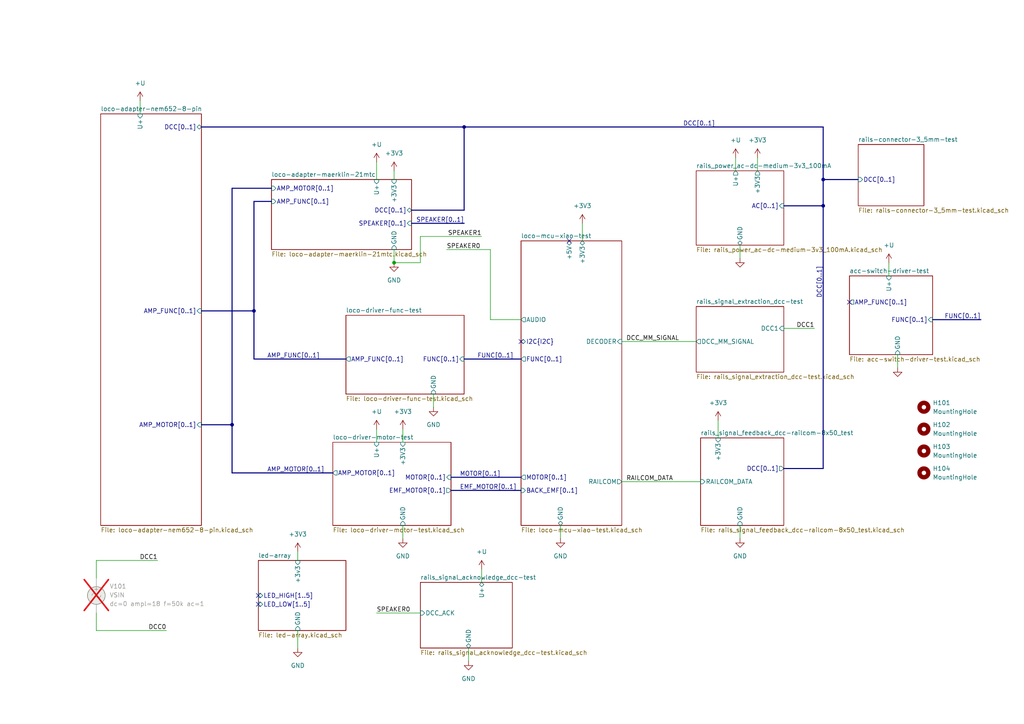
<source format=kicad_sch>
(kicad_sch (version 20231120) (generator "eeschema") (generator_version "8.0")
  (paper "A4")
  (title_block (title "xDuinoRail - LocDecoder - Development Kit") (date "2024-10-09") (rev "v0.2") (company "Chatelain Engineering, Bern - CH"))
  (lib_symbols
    (symbol "Mechanical:MountingHole" (pin_names (offset 1.016)) (exclude_from_sim yes) (in_bom no)
      (property "Reference" "H" (at 0 5.08 0))
      (property "Value" "MountingHole" (at 0 3.175 0))
      (symbol "MountingHole_0_1"
        (circle (center 0 0) (radius 1.27) (stroke (width 1.27)))
      )
    )
    (symbol "Simulation_SPICE:VSIN" (pin_numbers hide) (pin_names (offset 0.0254))
      (property "Reference" "V" (at 2.54 2.54 0))
      (property "Value" "VSIN" (at 2.54 0 0))
      (property "Sim.Params" "dc=0 ampl=1 f=1k ac=1" (at 2.54 -2.54 0))
      (symbol "VSIN_0_0"
        (arc (start 0 0) (mid -0.635 0.6323) (end -1.27 0))
        (arc (start 0 0) (mid 0.635 -0.6323) (end 1.27 0))
        (text "+" (at 0 1.905 0) (effects (font (size 1.27 1.27))))
      )
      (symbol "VSIN_0_1"
        (circle (center 0 0) (radius 2.54) (stroke (width 0.254)) (fill (type background)))
      )
      (symbol "VSIN_1_1"
        (pin passive line (at 0 5.08 270) (length 2.54) (name "~") (number "1"))
        (pin passive line (at 0 -5.08 90) (length 2.54) (name "~") (number "2"))
      )
    )
    (symbol "power:+3V3" (power) (pin_names (offset 0))
      (property "Value" "+3V3" (at 0 3.556 0))
      (symbol "+3V3_0_1"
        (polyline (pts (xy -0.762 1.27) (xy 0 2.54)))
        (polyline (pts (xy 0 0) (xy 0 2.54)))
        (polyline (pts (xy 0 2.54) (xy 0.762 1.27)))
      )
      (symbol "+3V3_1_1"
        (pin power_in line (at 0 0 90) (length 0) hide (name "+3V3") (number "1"))
      )
    )
    (symbol "power:GND" (power) (pin_names (offset 0))
      (property "Value" "GND" (at 0 -3.81 0))
      (symbol "GND_0_1"
        (polyline (pts (xy 0 0) (xy 0 -1.27) (xy 1.27 -1.27) (xy 0 -2.54) (xy -1.27 -1.27) (xy 0 -1.27)))
      )
      (symbol "GND_1_1"
        (pin power_in line (at 0 0 270) (length 0) hide (name "GND") (number "1"))
      )
    )
    (symbol "power:VCC" (power) (pin_names (offset 0))
      (property "Value" "VCC" (at 0 3.81 0))
      (symbol "VCC_0_1"
        (polyline (pts (xy -0.762 1.27) (xy 0 2.54)))
        (polyline (pts (xy 0 0) (xy 0 2.54)))
        (polyline (pts (xy 0 2.54) (xy 0.762 1.27)))
      )
      (symbol "VCC_1_1"
        (pin power_in line (at 0 0 90) (length 0) hide (name "VCC") (number "1"))
      )
    )
  )
  (junction (at 73.66 90.17))
  (junction (at 238.76 52.07))
  (junction (at 67.31 123.19))
  (junction (at 134.62 36.83))
  (junction (at 238.76 59.69))
  (junction (at 114.3 76.2))
  (no_connect (at 246.38 87.63))
  (no_connect (at 165.1 69.85))
  (no_connect (at 74.93 175.26))
  (no_connect (at 74.93 172.72))
  (no_connect (at 151.13 99.06))
  (wire (pts (xy 214.63 152.4) (xy 214.63 156.21)))
  (wire (pts (xy 109.22 124.46) (xy 109.22 128.27)))
  (bus (pts (xy 73.66 58.42) (xy 73.66 90.17)))
  (wire (pts (xy 121.92 68.58) (xy 139.7 68.58)))
  (wire (pts (xy 114.3 49.53) (xy 114.3 52.07)))
  (wire (pts (xy 125.73 114.3) (xy 125.73 118.11)))
  (bus (pts (xy 119.38 64.77) (xy 134.62 64.77)))
  (bus (pts (xy 58.42 123.19) (xy 67.31 123.19)))
  (wire (pts (xy 227.33 95.25) (xy 236.22 95.25)))
  (bus (pts (xy 73.66 104.14) (xy 73.66 90.17)))
  (wire (pts (xy 116.84 124.46) (xy 116.84 128.27)))
  (wire (pts (xy 139.7 165.1) (xy 139.7 168.91)))
  (bus (pts (xy 58.42 36.83) (xy 134.62 36.83)))
  (bus (pts (xy 238.76 52.07) (xy 238.76 59.69)))
  (wire (pts (xy 116.84 152.4) (xy 116.84 156.21)))
  (bus (pts (xy 227.33 135.89) (xy 238.76 135.89)))
  (wire (pts (xy 40.64 29.21) (xy 40.64 33.02)))
  (wire (pts (xy 214.63 71.12) (xy 214.63 74.93)))
  (wire (pts (xy 86.36 187.96) (xy 86.36 182.88)))
  (wire (pts (xy 180.34 99.06) (xy 201.93 99.06)))
  (bus (pts (xy 67.31 54.61) (xy 67.31 123.19)))
  (wire (pts (xy 27.94 162.56) (xy 27.94 167.64)))
  (wire (pts (xy 114.3 72.39) (xy 114.3 76.2)))
  (bus (pts (xy 238.76 52.07) (xy 248.92 52.07)))
  (bus (pts (xy 134.62 60.96) (xy 119.38 60.96)))
  (wire (pts (xy 135.89 187.96) (xy 135.89 191.77)))
  (wire (pts (xy 168.91 64.77) (xy 168.91 69.85)))
  (wire (pts (xy 219.71 45.72) (xy 219.71 49.53)))
  (bus (pts (xy 73.66 104.14) (xy 100.33 104.14)))
  (bus (pts (xy 134.62 36.83) (xy 238.76 36.83)))
  (bus (pts (xy 134.62 104.14) (xy 151.13 104.14)))
  (bus (pts (xy 67.31 54.61) (xy 78.74 54.61)))
  (wire (pts (xy 180.34 139.7) (xy 203.2 139.7)))
  (wire (pts (xy 213.36 45.72) (xy 213.36 49.53)))
  (wire (pts (xy 27.94 177.8) (xy 27.94 182.88)))
  (bus (pts (xy 67.31 137.16) (xy 67.31 123.19)))
  (wire (pts (xy 162.56 152.4) (xy 162.56 156.21)))
  (bus (pts (xy 130.81 138.43) (xy 151.13 138.43)))
  (wire (pts (xy 257.81 76.2) (xy 257.81 80.01)))
  (bus (pts (xy 227.33 59.69) (xy 238.76 59.69)))
  (wire (pts (xy 142.24 72.39) (xy 142.24 92.71)))
  (wire (pts (xy 114.3 76.2) (xy 121.92 76.2)))
  (bus (pts (xy 58.42 90.17) (xy 73.66 90.17)))
  (bus (pts (xy 238.76 59.69) (xy 238.76 135.89)))
  (bus (pts (xy 130.81 142.24) (xy 151.13 142.24)))
  (wire (pts (xy 109.22 177.8) (xy 121.92 177.8)))
  (bus (pts (xy 238.76 36.83) (xy 238.76 52.07)))
  (bus (pts (xy 134.62 60.96) (xy 134.62 36.83)))
  (bus (pts (xy 67.31 137.16) (xy 96.52 137.16)))
  (wire (pts (xy 109.22 46.99) (xy 109.22 52.07)))
  (wire (pts (xy 86.36 160.02) (xy 86.36 162.56)))
  (wire (pts (xy 27.94 182.88) (xy 48.26 182.88)))
  (wire (pts (xy 260.35 102.87) (xy 260.35 106.68)))
  (wire (pts (xy 27.94 162.56) (xy 45.72 162.56)))
  (bus (pts (xy 270.51 92.71) (xy 284.48 92.71)))
  (bus (pts (xy 78.74 58.42) (xy 73.66 58.42)))
  (wire (pts (xy 129.54 72.39) (xy 142.24 72.39)))
  (wire (pts (xy 208.28 121.92) (xy 208.28 127)))
  (wire (pts (xy 121.92 68.58) (xy 121.92 76.2)))
  (wire (pts (xy 142.24 92.71) (xy 151.13 92.71)))
  (label "SPEAKER[0..1]" (at 134.62 64.77 180))
  (label "DCC0" (at 48.26 182.88 180))
  (label "DCC1" (at 236.22 95.25 180))
  (label "FUNC[0..1]" (at 284.48 92.71 180))
  (label "RAILCOM_DATA" (at 181.61 139.7 0))
  (label "EMF_MOTOR[0..1]" (at 133.35 142.24 0))
  (label "DCC_MM_SIGNAL" (at 181.61 99.06 0))
  (label "AMP_FUNC[0..1]" (at 77.47 104.14 0))
  (label "DCC1" (at 45.72 162.56 180))
  (label "FUNC[0..1]" (at 138.43 104.14 0))
  (label "MOTOR[0..1]" (at 133.35 138.43 0))
  (label "AMP_MOTOR[0..1]" (at 77.47 137.16 0))
  (label "DCC[0..1]" (at 198.12 36.83 0))
  (label "SPEAKER0" (at 109.22 177.8 0))
  (label "DCC[0..1]" (at 238.76 86.36 90))
  (label "SPEAKER0" (at 129.54 72.39 0))
  (label "SPEAKER1" (at 139.7 68.58 180))
  (symbol (lib_id "Mechanical:MountingHole") (at 267.97 124.46 0) (unit 1) (exclude_from_sim yes) (in_bom no)
    (property "Reference" "H102" (at 270.51 123.1899 0) (effects (justify left)))
    (property "Value" "MountingHole" (at 270.51 125.7299 0) (effects (justify left)))
    (property "Footprint" "MountingHole:MountingHole_3.2mm_M3" (effects (hide yes)))
    (property "Description" "Mounting Hole without connection" (effects (hide yes)))
  )
  (symbol (lib_id "power:GND") (at 162.56 156.21 0) (unit 1)
    (property "Reference" "#PWR0113" (effects (hide yes)))
    (property "Value" "GND" (at 162.56 161.29 0))
    (property "Description" "Power symbol creates a global label with name \"GND\" , ground" (effects (hide yes)))
  )
  (symbol (lib_id "power:GND") (at 214.63 74.93 0) (unit 1)
    (property "Reference" "#PWR0117" (effects (hide yes)))
    (property "Value" "GND" (effects (hide yes)))
    (property "Description" "Power symbol creates a global label with name \"GND\" , ground" (effects (hide yes)))
  )
  (symbol (lib_id "power:VCC") (at 109.22 46.99 0) (unit 1)
    (property "Reference" "#PWR0104" (effects (hide yes)))
    (property "Value" "+U" (at 109.22 41.91 0))
    (property "Description" "Power symbol creates a global label with name \"VCC\"" (effects (hide yes)))
  )
  (symbol (lib_id "power:GND") (at 214.63 156.21 0) (unit 1)
    (property "Reference" "#PWR0118" (effects (hide yes)))
    (property "Value" "GND" (at 214.63 161.29 0))
    (property "Description" "Power symbol creates a global label with name \"GND\" , ground" (effects (hide yes)))
  )
  (symbol (lib_id "power:+3V3") (at 86.36 160.02 0) (unit 1)
    (property "Reference" "#PWR0102" (effects (hide yes)))
    (property "Value" "+3V3" (at 86.36 154.94 0))
    (property "Description" "Power symbol creates a global label with name \"+3V3\"" (effects (hide yes)))
  )
  (symbol (lib_id "power:VCC") (at 213.36 45.72 0) (unit 1)
    (property "Reference" "#PWR0116" (effects (hide yes)))
    (property "Value" "+U" (at 213.36 40.64 0))
    (property "Description" "Power symbol creates a global label with name \"VCC\"" (effects (hide yes)))
  )
  (symbol (lib_id "power:+3V3") (at 219.71 45.72 0) (unit 1)
    (property "Reference" "#PWR0119" (effects (hide yes)))
    (property "Value" "+3V3" (at 219.71 40.64 0))
    (property "Description" "Power symbol creates a global label with name \"+3V3\"" (effects (hide yes)))
  )
  (symbol (lib_id "Mechanical:MountingHole") (at 267.97 130.81 0) (unit 1) (exclude_from_sim yes) (in_bom no)
    (property "Reference" "H103" (at 270.51 129.5399 0) (effects (justify left)))
    (property "Value" "MountingHole" (at 270.51 132.0799 0) (effects (justify left)))
    (property "Footprint" "MountingHole:MountingHole_3.2mm_M3" (effects (hide yes)))
    (property "Description" "Mounting Hole without connection" (effects (hide yes)))
  )
  (symbol (lib_id "power:+3V3") (at 114.3 49.53 0) (unit 1)
    (property "Reference" "#PWR0106" (effects (hide yes)))
    (property "Value" "+3V3" (at 114.3 44.45 0))
    (property "Description" "Power symbol creates a global label with name \"+3V3\"" (effects (hide yes)))
  )
  (symbol (lib_id "power:GND") (at 135.89 191.77 0) (unit 1)
    (property "Reference" "#PWR0111" (effects (hide yes)))
    (property "Value" "GND" (at 135.89 196.85 0))
    (property "Description" "Power symbol creates a global label with name \"GND\" , ground" (effects (hide yes)))
  )
  (symbol (lib_id "power:VCC") (at 40.64 29.21 0) (unit 1)
    (property "Reference" "#PWR0101" (effects (hide yes)))
    (property "Value" "+U" (at 40.64 24.13 0))
    (property "Description" "Power symbol creates a global label with name \"VCC\"" (effects (hide yes)))
  )
  (symbol (lib_id "power:VCC") (at 139.7 165.1 0) (unit 1)
    (property "Reference" "#PWR0112" (effects (hide yes)))
    (property "Value" "+U" (at 139.7 160.02 0))
    (property "Description" "Power symbol creates a global label with name \"VCC\"" (effects (hide yes)))
  )
  (symbol (lib_id "Mechanical:MountingHole") (at 267.97 137.16 0) (unit 1) (exclude_from_sim yes) (in_bom no)
    (property "Reference" "H104" (at 270.51 135.8899 0) (effects (justify left)))
    (property "Value" "MountingHole" (at 270.51 138.4299 0) (effects (justify left)))
    (property "Footprint" "MountingHole:MountingHole_3.2mm_M3" (effects (hide yes)))
    (property "Description" "Mounting Hole without connection" (effects (hide yes)))
  )
  (symbol (lib_id "power:+3V3") (at 168.91 64.77 0) (unit 1)
    (property "Reference" "#PWR0114" (effects (hide yes)))
    (property "Value" "+3V3" (at 168.91 59.69 0))
    (property "Description" "Power symbol creates a global label with name \"+3V3\"" (effects (hide yes)))
  )
  (symbol (lib_id "power:GND") (at 116.84 156.21 0) (unit 1)
    (property "Reference" "#PWR0109" (effects (hide yes)))
    (property "Value" "GND" (at 116.84 161.29 0))
    (property "Description" "Power symbol creates a global label with name \"GND\" , ground" (effects (hide yes)))
  )
  (symbol (lib_id "Simulation_SPICE:VSIN") (at 27.94 172.72 0) (unit 1) (in_bom no) (on_board no) (dnp yes)
    (property "Reference" "V101" (at 31.75 170.0501 0) (effects (justify left)))
    (property "Value" "VSIN" (at 31.75 172.5901 0) (effects (justify left)))
    (property "Datasheet" "https://ngspice.sourceforge.io/docs/ngspice-html-manual/manual.xhtml#sec_Independent_Sources_for" (effects (hide yes)))
    (property "Description" "Voltage source, sinusoidal" (effects (hide yes)))
    (property "Sim.Pins" "1=+ 2=-" (effects (hide yes)))
    (property "Sim.Params" "dc=0 ampl=18 f=50k ac=1" (at 31.75 175.1301 0) (effects (justify left)))
    (property "Sim.Type" "SIN" (effects (hide yes)))
    (property "Sim.Device" "V" (effects (hide yes)))
  )
  (symbol (lib_id "power:VCC") (at 109.22 124.46 0) (unit 1)
    (property "Reference" "#PWR0105" (effects (hide yes)))
    (property "Value" "+U" (at 109.22 119.38 0))
    (property "Description" "Power symbol creates a global label with name \"VCC\"" (effects (hide yes)))
  )
  (symbol (lib_id "power:+3V3") (at 116.84 124.46 0) (unit 1)
    (property "Reference" "#PWR0108" (effects (hide yes)))
    (property "Value" "+3V3" (at 116.84 119.38 0))
    (property "Description" "Power symbol creates a global label with name \"+3V3\"" (effects (hide yes)))
  )
  (symbol (lib_id "power:VCC") (at 257.81 76.2 0) (unit 1)
    (property "Reference" "#PWR0120" (effects (hide yes)))
    (property "Value" "+U" (at 257.81 71.12 0))
    (property "Description" "Power symbol creates a global label with name \"VCC\"" (effects (hide yes)))
  )
  (symbol (lib_id "power:GND") (at 125.73 118.11 0) (unit 1)
    (property "Reference" "#PWR0110" (effects (hide yes)))
    (property "Value" "GND" (at 125.73 123.19 0))
    (property "Description" "Power symbol creates a global label with name \"GND\" , ground" (effects (hide yes)))
  )
  (symbol (lib_id "Mechanical:MountingHole") (at 267.97 118.11 0) (unit 1) (exclude_from_sim yes) (in_bom no)
    (property "Reference" "H101" (at 270.51 116.8399 0) (effects (justify left)))
    (property "Value" "MountingHole" (at 270.51 119.3799 0) (effects (justify left)))
    (property "Footprint" "MountingHole:MountingHole_3.2mm_M3" (effects (hide yes)))
    (property "Description" "Mounting Hole without connection" (effects (hide yes)))
  )
  (symbol (lib_id "power:GND") (at 114.3 76.2 0) (unit 1)
    (property "Reference" "#PWR0107" (effects (hide yes)))
    (property "Value" "GND" (at 114.3 81.28 0))
    (property "Description" "Power symbol creates a global label with name \"GND\" , ground" (effects (hide yes)))
  )
  (symbol (lib_id "power:+3V3") (at 208.28 121.92 0) (unit 1)
    (property "Reference" "#PWR0115" (effects (hide yes)))
    (property "Value" "+3V3" (at 208.28 116.84 0))
    (property "Description" "Power symbol creates a global label with name \"+3V3\"" (effects (hide yes)))
  )
  (symbol (lib_id "power:GND") (at 86.36 187.96 0) (unit 1)
    (property "Reference" "#PWR0103" (effects (hide yes)))
    (property "Value" "GND" (at 86.36 193.04 0))
    (property "Description" "Power symbol creates a global label with name \"GND\" , ground" (effects (hide yes)))
  )
  (symbol (lib_id "power:GND") (at 260.35 106.68 0) (unit 1)
    (property "Reference" "#PWR0121" (effects (hide yes)))
    (property "Value" "GND" (effects (hide yes)))
    (property "Description" "Power symbol creates a global label with name \"GND\" , ground" (effects (hide yes)))
  )
  (sheet (at 246.38 80.01) (size 24.13 22.86) (stroke (width 0.1524))
    (property "Sheetname" "acc-switch-driver-test" (at 246.38 79.2984 0) (effects (justify left bottom)))
    (property "Sheetfile" "acc-switch-driver-test.kicad_sch" (at 246.38 103.4546 0) (effects (justify left top)))
    (pin "U+" input (at 257.81 80.01 90))
    (pin "FUNC[0..1]" input (at 270.51 92.71 0))
    (pin "GND" input (at 260.35 102.87 270))
    (pin "AMP_FUNC[0..1]" output (at 246.38 87.63 180))
  )
  (sheet (at 100.33 91.44) (size 34.29 22.86) (stroke (width 0.1524))
    (property "Sheetname" "loco-driver-func-test" (at 100.33 90.7284 0) (effects (justify left bottom)))
    (property "Sheetfile" "loco-driver-func-test.kicad_sch" (at 100.33 114.8846 0) (effects (justify left top)))
    (pin "FUNC[0..1]" input (at 134.62 104.14 0))
    (pin "GND" input (at 125.73 114.3 270))
    (pin "AMP_FUNC[0..1]" output (at 100.33 104.14 180))
  )
  (sheet (at 74.93 162.56) (size 25.4 20.32) (stroke (width 0.1524))
    (property "Sheetname" "led-array" (at 74.93 161.8484 0) (effects (justify left bottom)))
    (property "Sheetfile" "led-array.kicad_sch" (at 74.93 183.4646 0) (effects (justify left top)))
    (pin "+3v3" input (at 86.36 162.56 90))
    (pin "GND" input (at 86.36 182.88 270))
    (pin "LED_LOW[1..5]" input (at 74.93 175.26 180))
    (pin "LED_HIGH[1..5]" input (at 74.93 172.72 180))
  )
  (sheet (at 29.21 33.02) (size 29.21 119.38) (stroke (width 0.1524))
    (property "Sheetname" "loco-adapter-nem652-8-pin" (at 29.21 32.3084 0) (effects (justify left bottom)))
    (property "Sheetfile" "loco-adapter-nem652-8-pin.kicad_sch" (at 29.21 152.9846 0) (effects (justify left top)))
    (pin "AMP_FUNC[0..1]" input (at 58.42 90.17 0))
    (pin "U+" input (at 40.64 33.02 90))
    (pin "AMP_MOTOR[0..1]" input (at 58.42 123.19 0))
    (pin "DCC[0..1]" bidirectional (at 58.42 36.83 0))
  )
  (sheet (at 96.52 128.27) (size 34.29 24.13) (stroke (width 0.1524))
    (property "Sheetname" "loco-driver-motor-test" (at 96.52 127.5584 0) (effects (justify left bottom)))
    (property "Sheetfile" "loco-driver-motor-test.kicad_sch" (at 96.52 152.9846 0) (effects (justify left top)))
    (pin "+3V3" input (at 116.84 128.27 90))
    (pin "GND" input (at 116.84 152.4 270))
    (pin "U+" input (at 109.22 128.27 90))
    (pin "AMP_MOTOR[0..1]" output (at 96.52 137.16 180))
    (pin "EMF_MOTOR[0..1]" output (at 130.81 142.24 0))
    (pin "MOTOR[0..1]" input (at 130.81 138.43 0))
  )
  (sheet (at 201.93 88.9) (size 25.4 19.05) (stroke (width 0.1524))
    (property "Sheetname" "rails_signal_extraction_dcc-test" (at 201.93 88.1884 0) (effects (justify left bottom)))
    (property "Sheetfile" "rails_signal_extraction_dcc-test.kicad_sch" (at 201.93 108.5346 0) (effects (justify left top)))
    (pin "DCC_MM_SIGNAL" output (at 201.93 99.06 180))
    (pin "DCC1" input (at 227.33 95.25 0))
  )
  (sheet (at 203.2 127) (size 24.13 25.4) (stroke (width 0.1524))
    (property "Sheetname" "rails_signal_feedback_dcc-railcom-8x50_test" (at 203.2 126.2884 0) (effects (justify left bottom)))
    (property "Sheetfile" "rails_signal_feedback_dcc-railcom-8x50_test.kicad_sch" (at 203.2 152.9846 0) (effects (justify left top)))
    (pin "DCC[0..1]" output (at 227.33 135.89 0))
    (pin "RAILCOM_DATA" input (at 203.2 139.7 180))
    (pin "GND" input (at 214.63 152.4 270))
    (pin "+3V3" input (at 208.28 127 90))
  )
  (sheet (at 248.92 41.91) (size 19.05 17.78) (stroke (width 0.1524))
    (property "Sheetname" "rails-connector-3_5mm-test" (at 248.92 41.1984 0) (effects (justify left bottom)))
    (property "Sheetfile" "rails-connector-3_5mm-test.kicad_sch" (at 248.92 60.2746 0) (effects (justify left top)))
    (pin "DCC[0..1]" input (at 248.92 52.07 180))
  )
  (sheet (at 201.93 49.53) (size 25.4 21.59) (stroke (width 0.1524))
    (property "Sheetname" "rails_power_ac-dc-medium-3v3_100mA" (at 201.93 48.8184 0) (effects (justify left bottom)))
    (property "Sheetfile" "rails_power_ac-dc-medium-3v3_100mA.kicad_sch" (at 201.93 71.7046 0) (effects (justify left top)))
    (pin "U+" output (at 213.36 49.53 90))
    (pin "AC[0..1]" input (at 227.33 59.69 0))
    (pin "+3V3" output (at 219.71 49.53 90))
    (pin "GND" bidirectional (at 214.63 71.12 270))
  )
  (sheet (at 121.92 168.91) (size 26.67 19.05) (stroke (width 0.1524))
    (property "Sheetname" "rails_signal_acknowledge_dcc-test" (at 121.92 168.1984 0) (effects (justify left bottom)))
    (property "Sheetfile" "rails_signal_acknowledge_dcc-test.kicad_sch" (at 121.92 188.5446 0) (effects (justify left top)))
    (pin "DCC_ACK" input (at 121.92 177.8 180))
    (pin "U+" bidirectional (at 139.7 168.91 90))
    (pin "GND" bidirectional (at 135.89 187.96 270))
  )
  (sheet (at 151.13 69.85) (size 29.21 82.55) (stroke (width 0.1524))
    (property "Sheetname" "loco-mcu-xiao-test" (at 151.13 69.1384 0) (effects (justify left bottom)))
    (property "Sheetfile" "loco-mcu-xiao-test.kicad_sch" (at 151.13 152.9846 0) (effects (justify left top)))
    (pin "GND" bidirectional (at 162.56 152.4 270))
    (pin "+5V" bidirectional (at 165.1 69.85 90))
    (pin "+3V3" bidirectional (at 168.91 69.85 90))
    (pin "MOTOR[0..1]" output (at 151.13 138.43 180))
    (pin "FUNC[0..1]" output (at 151.13 104.14 180))
    (pin "DECODER" input (at 180.34 99.06 0))
    (pin "BACK_EMF[0..1]" input (at 151.13 142.24 180))
    (pin "AUDIO" output (at 151.13 92.71 180))
    (pin "RAILCOM" output (at 180.34 139.7 0))
    (pin "I2C{I2C}" bidirectional (at 151.13 99.06 180))
  )
  (sheet (at 78.74 52.07) (size 40.64 20.32) (stroke (width 0.1524))
    (property "Sheetname" "loco-adapter-maerklin-21mtc" (at 78.74 51.3584 0) (effects (justify left bottom)))
    (property "Sheetfile" "loco-adapter-maerklin-21mtc.kicad_sch" (at 78.74 72.9746 0) (effects (justify left top)))
    (pin "GND" input (at 114.3 72.39 270))
    (pin "+3V3" input (at 114.3 52.07 90))
    (pin "U+" input (at 109.22 52.07 90))
    (pin "SPEAKER[0..1]" input (at 119.38 64.77 0))
    (pin "AMP_MOTOR[0..1]" input (at 78.74 54.61 180))
    (pin "AMP_FUNC[0..1]" input (at 78.74 58.42 180))
    (pin "DCC[0..1]" bidirectional (at 119.38 60.96 0))
  )
)
</source>
